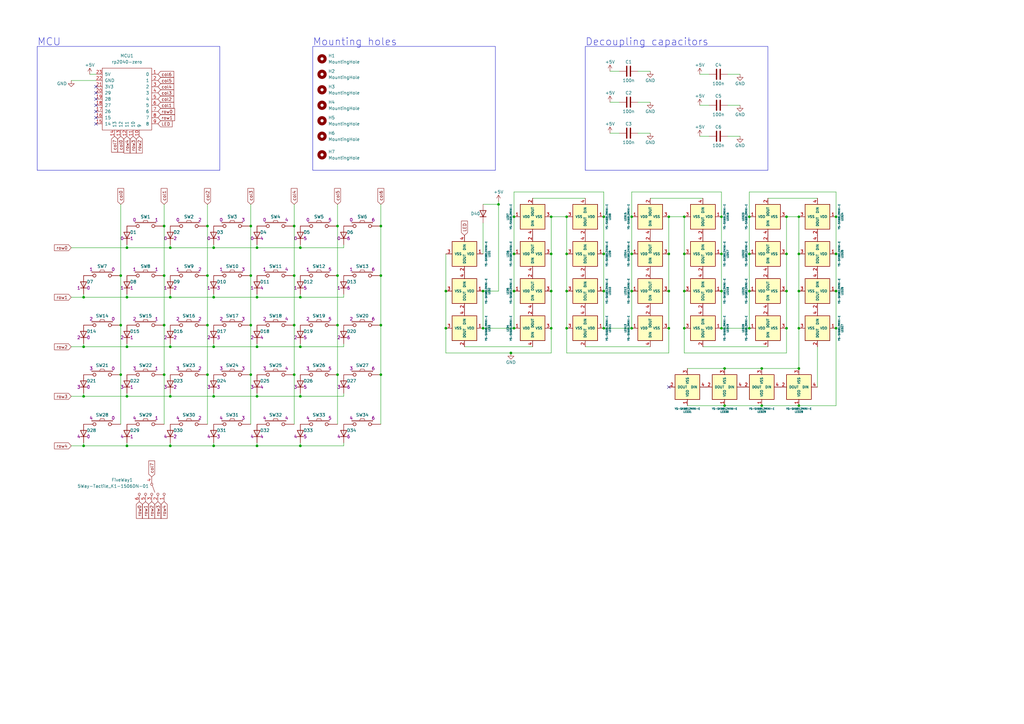
<source format=kicad_sch>
(kicad_sch (version 20231120) (generator "eeschema") (generator_version "8.0")
  (paper "A3")
  (junction (at 295.91 104.14))
  (junction (at 123.19 121.92))
  (junction (at 210.82 134.62))
  (junction (at 85.09 133.35))
  (junction (at 312.42 151.13))
  (junction (at 138.43 113.03))
  (junction (at 69.85 162.56))
  (junction (at 204.47 83.82))
  (junction (at 198.12 119.38))
  (junction (at 182.88 119.38))
  (junction (at 87.63 162.56))
  (junction (at 105.41 121.92))
  (junction (at 156.21 133.35))
  (junction (at 87.63 121.92))
  (junction (at 226.06 104.14))
  (junction (at 102.87 92.71))
  (junction (at 87.63 142.24))
  (junction (at 274.32 134.62))
  (junction (at 87.63 182.88))
  (junction (at 85.09 113.03))
  (junction (at 307.34 88.9))
  (junction (at 322.58 88.9))
  (junction (at 226.06 134.62))
  (junction (at 49.53 133.35))
  (junction (at 52.07 162.56))
  (junction (at 274.32 119.38))
  (junction (at 49.53 153.67))
  (junction (at 34.29 121.92))
  (junction (at 182.88 134.62))
  (junction (at 322.58 134.62))
  (junction (at 342.9 104.14))
  (junction (at 232.41 134.62))
  (junction (at 67.31 113.03))
  (junction (at 120.65 92.71))
  (junction (at 120.65 133.35))
  (junction (at 322.58 119.38))
  (junction (at 52.07 121.92))
  (junction (at 342.9 119.38))
  (junction (at 67.31 133.35))
  (junction (at 210.82 88.9))
  (junction (at 295.91 88.9))
  (junction (at 232.41 104.14))
  (junction (at 156.21 153.67))
  (junction (at 327.66 166.37))
  (junction (at 226.06 88.9))
  (junction (at 85.09 92.71))
  (junction (at 210.82 119.38))
  (junction (at 85.09 153.67))
  (junction (at 327.66 119.38))
  (junction (at 232.41 88.9))
  (junction (at 247.65 88.9))
  (junction (at 327.66 134.62))
  (junction (at 69.85 182.88))
  (junction (at 138.43 153.67))
  (junction (at 307.34 134.62))
  (junction (at 342.9 134.62))
  (junction (at 226.06 119.38))
  (junction (at 69.85 142.24))
  (junction (at 123.19 162.56))
  (junction (at 34.29 142.24))
  (junction (at 123.19 101.6))
  (junction (at 274.32 104.14))
  (junction (at 209.55 144.78))
  (junction (at 105.41 142.24))
  (junction (at 297.18 151.13))
  (junction (at 295.91 134.62))
  (junction (at 259.08 88.9))
  (junction (at 312.42 166.37))
  (junction (at 49.53 113.03))
  (junction (at 280.67 88.9))
  (junction (at 307.34 104.14))
  (junction (at 123.19 182.88))
  (junction (at 69.85 101.6))
  (junction (at 105.41 162.56))
  (junction (at 274.32 88.9))
  (junction (at 120.65 153.67))
  (junction (at 156.21 113.03))
  (junction (at 280.67 134.62))
  (junction (at 259.08 119.38))
  (junction (at 322.58 104.14))
  (junction (at 87.63 101.6))
  (junction (at 342.9 88.9))
  (junction (at 52.07 101.6))
  (junction (at 52.07 182.88))
  (junction (at 138.43 92.71))
  (junction (at 259.08 104.14))
  (junction (at 102.87 153.67))
  (junction (at 123.19 142.24))
  (junction (at 34.29 182.88))
  (junction (at 105.41 182.88))
  (junction (at 327.66 88.9))
  (junction (at 102.87 113.03))
  (junction (at 280.67 104.14))
  (junction (at 247.65 119.38))
  (junction (at 307.34 119.38))
  (junction (at 105.41 101.6))
  (junction (at 280.67 119.38))
  (junction (at 327.66 104.14))
  (junction (at 67.31 92.71))
  (junction (at 198.12 134.62))
  (junction (at 34.29 162.56))
  (junction (at 69.85 121.92))
  (junction (at 295.91 119.38))
  (junction (at 247.65 104.14))
  (junction (at 156.21 92.71))
  (junction (at 120.65 113.03))
  (junction (at 52.07 142.24))
  (junction (at 67.31 153.67))
  (junction (at 259.08 134.62))
  (junction (at 247.65 134.62))
  (junction (at 327.66 151.13))
  (junction (at 102.87 133.35))
  (junction (at 232.41 119.38))
  (junction (at 297.18 166.37))
  (junction (at 138.43 133.35))
  (junction (at 210.82 104.14))
  (no_connect (at 274.32 158.75))
  (no_connect (at 39.37 43.18))
  (no_connect (at 39.37 50.8))
  (no_connect (at 39.37 40.64))
  (no_connect (at 39.37 48.26))
  (no_connect (at 39.37 45.72))
  (no_connect (at 39.37 35.56))
  (no_connect (at 39.37 38.1))
  (wire (pts (xy 102.87 133.35) (xy 102.87 153.67)))
  (wire (pts (xy 85.09 92.71) (xy 85.09 113.03)))
  (wire (pts (xy 67.31 153.67) (xy 67.31 173.99)))
  (wire (pts (xy 327.66 166.37) (xy 342.9 166.37)))
  (wire (pts (xy 250.19 54.61) (xy 254 54.61)))
  (wire (pts (xy 204.47 83.82) (xy 204.47 119.38)))
  (wire (pts (xy 120.65 133.35) (xy 120.65 153.67)))
  (wire (pts (xy 67.31 83.82) (xy 67.31 92.71)))
  (wire (pts (xy 29.21 162.56) (xy 34.29 162.56)))
  (wire (pts (xy 261.62 54.61) (xy 266.7 54.61)))
  (wire (pts (xy 182.88 104.14) (xy 182.88 119.38)))
  (wire (pts (xy 85.09 113.03) (xy 85.09 133.35)))
  (wire (pts (xy 52.07 121.92) (xy 69.85 121.92)))
  (wire (pts (xy 274.32 104.14) (xy 274.32 88.9)))
  (wire (pts (xy 342.9 166.37) (xy 342.9 134.62)))
  (wire (pts (xy 156.21 133.35) (xy 156.21 153.67)))
  (wire (pts (xy 342.9 119.38) (xy 342.9 104.14)))
  (wire (pts (xy 232.41 144.78) (xy 274.32 144.78)))
  (wire (pts (xy 298.45 55.88) (xy 303.53 55.88)))
  (wire (pts (xy 182.88 134.62) (xy 182.88 144.78)))
  (wire (pts (xy 307.34 88.9) (xy 307.34 104.14)))
  (wire (pts (xy 69.85 161.29) (xy 69.85 162.56)))
  (wire (pts (xy 250.19 41.91) (xy 254 41.91)))
  (wire (pts (xy 69.85 120.65) (xy 69.85 121.92)))
  (wire (pts (xy 342.9 78.74) (xy 307.34 78.74)))
  (wire (pts (xy 295.91 78.74) (xy 259.08 78.74)))
  (wire (pts (xy 123.19 121.92) (xy 140.97 121.92)))
  (wire (pts (xy 288.29 142.24) (xy 314.96 142.24)))
  (wire (pts (xy 69.85 181.61) (xy 69.85 182.88)))
  (wire (pts (xy 232.41 134.62) (xy 232.41 144.78)))
  (wire (pts (xy 198.12 119.38) (xy 198.12 134.62)))
  (wire (pts (xy 232.41 119.38) (xy 232.41 134.62)))
  (wire (pts (xy 87.63 162.56) (xy 105.41 162.56)))
  (wire (pts (xy 259.08 104.14) (xy 259.08 119.38)))
  (wire (pts (xy 123.19 161.29) (xy 123.19 162.56)))
  (wire (pts (xy 34.29 121.92) (xy 52.07 121.92)))
  (wire (pts (xy 29.21 182.88) (xy 34.29 182.88)))
  (wire (pts (xy 156.21 83.82) (xy 156.21 92.71)))
  (wire (pts (xy 87.63 100.33) (xy 87.63 101.6)))
  (wire (pts (xy 138.43 133.35) (xy 138.43 153.67)))
  (wire (pts (xy 204.47 82.55) (xy 204.47 83.82)))
  (wire (pts (xy 138.43 153.67) (xy 138.43 173.99)))
  (wire (pts (xy 247.65 134.62) (xy 247.65 119.38)))
  (wire (pts (xy 29.21 121.92) (xy 34.29 121.92)))
  (wire (pts (xy 120.65 153.67) (xy 120.65 173.99)))
  (wire (pts (xy 123.19 181.61) (xy 123.19 182.88)))
  (wire (pts (xy 140.97 161.29) (xy 140.97 162.56)))
  (wire (pts (xy 314.96 81.28) (xy 335.28 81.28)))
  (wire (pts (xy 52.07 162.56) (xy 69.85 162.56)))
  (wire (pts (xy 322.58 88.9) (xy 327.66 88.9)))
  (wire (pts (xy 138.43 92.71) (xy 138.43 113.03)))
  (wire (pts (xy 105.41 121.92) (xy 123.19 121.92)))
  (wire (pts (xy 140.97 100.33) (xy 140.97 101.6)))
  (wire (pts (xy 198.12 134.62) (xy 210.82 134.62)))
  (wire (pts (xy 327.66 134.62) (xy 327.66 151.13)))
  (wire (pts (xy 218.44 81.28) (xy 240.03 81.28)))
  (wire (pts (xy 266.7 81.28) (xy 288.29 81.28)))
  (wire (pts (xy 280.67 134.62) (xy 280.67 144.78)))
  (wire (pts (xy 52.07 142.24) (xy 69.85 142.24)))
  (wire (pts (xy 87.63 120.65) (xy 87.63 121.92)))
  (wire (pts (xy 327.66 88.9) (xy 327.66 104.14)))
  (wire (pts (xy 29.21 101.6) (xy 52.07 101.6)))
  (wire (pts (xy 85.09 83.82) (xy 85.09 92.71)))
  (wire (pts (xy 87.63 101.6) (xy 105.41 101.6)))
  (wire (pts (xy 29.21 142.24) (xy 34.29 142.24)))
  (wire (pts (xy 52.07 120.65) (xy 52.07 121.92)))
  (wire (pts (xy 287.02 55.88) (xy 290.83 55.88)))
  (wire (pts (xy 52.07 161.29) (xy 52.07 162.56)))
  (wire (pts (xy 209.55 144.78) (xy 226.06 144.78)))
  (wire (pts (xy 280.67 119.38) (xy 280.67 134.62)))
  (wire (pts (xy 342.9 104.14) (xy 342.9 88.9)))
  (wire (pts (xy 312.42 151.13) (xy 297.18 151.13)))
  (wire (pts (xy 49.53 83.82) (xy 49.53 113.03)))
  (wire (pts (xy 259.08 134.62) (xy 247.65 134.62)))
  (wire (pts (xy 322.58 119.38) (xy 322.58 134.62)))
  (wire (pts (xy 123.19 140.97) (xy 123.19 142.24)))
  (wire (pts (xy 87.63 140.97) (xy 87.63 142.24)))
  (wire (pts (xy 247.65 104.14) (xy 247.65 88.9)))
  (wire (pts (xy 49.53 113.03) (xy 49.53 133.35)))
  (wire (pts (xy 102.87 113.03) (xy 102.87 133.35)))
  (wire (pts (xy 102.87 83.82) (xy 102.87 92.71)))
  (wire (pts (xy 34.29 140.97) (xy 34.29 142.24)))
  (wire (pts (xy 105.41 101.6) (xy 123.19 101.6)))
  (wire (pts (xy 210.82 104.14) (xy 210.82 119.38)))
  (wire (pts (xy 247.65 78.74) (xy 210.82 78.74)))
  (wire (pts (xy 287.02 30.48) (xy 290.83 30.48)))
  (wire (pts (xy 298.45 30.48) (xy 303.53 30.48)))
  (wire (pts (xy 274.32 119.38) (xy 274.32 104.14)))
  (wire (pts (xy 123.19 162.56) (xy 140.97 162.56)))
  (wire (pts (xy 120.65 83.82) (xy 120.65 92.71)))
  (wire (pts (xy 297.18 151.13) (xy 281.94 151.13)))
  (wire (pts (xy 102.87 92.71) (xy 102.87 113.03)))
  (wire (pts (xy 156.21 113.03) (xy 156.21 133.35)))
  (wire (pts (xy 281.94 166.37) (xy 297.18 166.37)))
  (wire (pts (xy 307.34 104.14) (xy 307.34 119.38)))
  (wire (pts (xy 29.21 33.02) (xy 39.37 33.02)))
  (wire (pts (xy 102.87 153.67) (xy 102.87 173.99)))
  (wire (pts (xy 67.31 133.35) (xy 67.31 153.67)))
  (wire (pts (xy 69.85 140.97) (xy 69.85 142.24)))
  (wire (pts (xy 36.83 30.48) (xy 39.37 30.48)))
  (wire (pts (xy 156.21 92.71) (xy 156.21 113.03)))
  (wire (pts (xy 274.32 144.78) (xy 274.32 134.62)))
  (wire (pts (xy 250.19 29.21) (xy 254 29.21)))
  (wire (pts (xy 261.62 29.21) (xy 266.7 29.21)))
  (wire (pts (xy 140.97 120.65) (xy 140.97 121.92)))
  (wire (pts (xy 156.21 153.67) (xy 156.21 173.99)))
  (wire (pts (xy 198.12 83.82) (xy 204.47 83.82)))
  (wire (pts (xy 327.66 151.13) (xy 312.42 151.13)))
  (wire (pts (xy 182.88 119.38) (xy 182.88 134.62)))
  (wire (pts (xy 295.91 104.14) (xy 295.91 88.9)))
  (wire (pts (xy 297.18 166.37) (xy 312.42 166.37)))
  (wire (pts (xy 52.07 182.88) (xy 69.85 182.88)))
  (wire (pts (xy 87.63 121.92) (xy 105.41 121.92)))
  (wire (pts (xy 295.91 134.62) (xy 295.91 119.38)))
  (wire (pts (xy 120.65 92.71) (xy 120.65 113.03)))
  (wire (pts (xy 85.09 133.35) (xy 85.09 153.67)))
  (wire (pts (xy 87.63 161.29) (xy 87.63 162.56)))
  (wire (pts (xy 226.06 88.9) (xy 232.41 88.9)))
  (wire (pts (xy 342.9 134.62) (xy 342.9 119.38)))
  (wire (pts (xy 140.97 181.61) (xy 140.97 182.88)))
  (wire (pts (xy 210.82 78.74) (xy 210.82 88.9)))
  (wire (pts (xy 335.28 142.24) (xy 335.28 158.75)))
  (wire (pts (xy 274.32 88.9) (xy 280.67 88.9)))
  (wire (pts (xy 105.41 182.88) (xy 123.19 182.88)))
  (wire (pts (xy 34.29 182.88) (xy 52.07 182.88)))
  (wire (pts (xy 226.06 104.14) (xy 226.06 119.38)))
  (wire (pts (xy 67.31 113.03) (xy 67.31 133.35)))
  (wire (pts (xy 105.41 100.33) (xy 105.41 101.6)))
  (wire (pts (xy 123.19 120.65) (xy 123.19 121.92)))
  (wire (pts (xy 322.58 134.62) (xy 322.58 144.78)))
  (wire (pts (xy 105.41 142.24) (xy 123.19 142.24)))
  (wire (pts (xy 67.31 92.71) (xy 67.31 113.03)))
  (wire (pts (xy 105.41 181.61) (xy 105.41 182.88)))
  (wire (pts (xy 87.63 181.61) (xy 87.63 182.88)))
  (wire (pts (xy 105.41 161.29) (xy 105.41 162.56)))
  (wire (pts (xy 307.34 119.38) (xy 307.34 134.62)))
  (wire (pts (xy 138.43 83.82) (xy 138.43 92.71)))
  (wire (pts (xy 123.19 100.33) (xy 123.19 101.6)))
  (wire (pts (xy 232.41 104.14) (xy 232.41 119.38)))
  (wire (pts (xy 87.63 182.88) (xy 105.41 182.88)))
  (wire (pts (xy 259.08 78.74) (xy 259.08 88.9)))
  (wire (pts (xy 298.45 43.18) (xy 303.53 43.18)))
  (wire (pts (xy 34.29 120.65) (xy 34.29 121.92)))
  (wire (pts (xy 226.06 119.38) (xy 226.06 134.62)))
  (wire (pts (xy 190.5 142.24) (xy 218.44 142.24)))
  (wire (pts (xy 123.19 182.88) (xy 140.97 182.88)))
  (wire (pts (xy 69.85 162.56) (xy 87.63 162.56)))
  (wire (pts (xy 322.58 88.9) (xy 322.58 104.14)))
  (wire (pts (xy 210.82 88.9) (xy 210.82 104.14)))
  (wire (pts (xy 204.47 119.38) (xy 198.12 119.38)))
  (wire (pts (xy 123.19 101.6) (xy 140.97 101.6)))
  (wire (pts (xy 52.07 181.61) (xy 52.07 182.88)))
  (wire (pts (xy 49.53 133.35) (xy 49.53 153.67)))
  (wire (pts (xy 69.85 121.92) (xy 87.63 121.92)))
  (wire (pts (xy 261.62 41.91) (xy 266.7 41.91)))
  (wire (pts (xy 287.02 43.18) (xy 290.83 43.18)))
  (wire (pts (xy 280.67 104.14) (xy 280.67 119.38)))
  (wire (pts (xy 140.97 140.97) (xy 140.97 142.24)))
  (wire (pts (xy 295.91 119.38) (xy 295.91 104.14)))
  (wire (pts (xy 247.65 119.38) (xy 247.65 104.14)))
  (wire (pts (xy 52.07 140.97) (xy 52.07 142.24)))
  (wire (pts (xy 52.07 101.6) (xy 69.85 101.6)))
  (wire (pts (xy 274.32 134.62) (xy 274.32 119.38)))
  (wire (pts (xy 198.12 91.44) (xy 198.12 104.14)))
  (wire (pts (xy 342.9 88.9) (xy 342.9 78.74)))
  (wire (pts (xy 280.67 88.9) (xy 280.67 104.14)))
  (wire (pts (xy 105.41 162.56) (xy 123.19 162.56)))
  (wire (pts (xy 120.65 113.03) (xy 120.65 133.35)))
  (wire (pts (xy 226.06 134.62) (xy 226.06 144.78)))
  (wire (pts (xy 280.67 144.78) (xy 322.58 144.78)))
  (wire (pts (xy 327.66 119.38) (xy 327.66 134.62)))
  (wire (pts (xy 312.42 166.37) (xy 327.66 166.37)))
  (wire (pts (xy 105.41 120.65) (xy 105.41 121.92)))
  (wire (pts (xy 259.08 119.38) (xy 259.08 134.62)))
  (wire (pts (xy 69.85 142.24) (xy 87.63 142.24)))
  (wire (pts (xy 247.65 88.9) (xy 247.65 78.74)))
  (wire (pts (xy 307.34 134.62) (xy 295.91 134.62)))
  (wire (pts (xy 138.43 113.03) (xy 138.43 133.35)))
  (wire (pts (xy 123.19 142.24) (xy 140.97 142.24)))
  (wire (pts (xy 85.09 153.67) (xy 85.09 173.99)))
  (wire (pts (xy 49.53 153.67) (xy 49.53 173.99)))
  (wire (pts (xy 295.91 88.9) (xy 295.91 78.74)))
  (wire (pts (xy 307.34 78.74) (xy 307.34 88.9)))
  (wire (pts (xy 210.82 119.38) (xy 210.82 134.62)))
  (wire (pts (xy 182.88 144.78) (xy 209.55 144.78)))
  (wire (pts (xy 52.07 100.33) (xy 52.07 101.6)))
  (wire (pts (xy 105.41 140.97) (xy 105.41 142.24)))
  (wire (pts (xy 240.03 142.24) (xy 266.7 142.24)))
  (wire (pts (xy 34.29 142.24) (xy 52.07 142.24)))
  (wire (pts (xy 87.63 142.24) (xy 105.41 142.24)))
  (wire (pts (xy 69.85 101.6) (xy 87.63 101.6)))
  (wire (pts (xy 34.29 161.29) (xy 34.29 162.56)))
  (wire (pts (xy 232.41 88.9) (xy 232.41 104.14)))
  (wire (pts (xy 322.58 104.14) (xy 322.58 119.38)))
  (wire (pts (xy 34.29 181.61) (xy 34.29 182.88)))
  (wire (pts (xy 34.29 162.56) (xy 52.07 162.56)))
  (wire (pts (xy 259.08 88.9) (xy 259.08 104.14)))
  (wire (pts (xy 226.06 88.9) (xy 226.06 104.14)))
  (wire (pts (xy 69.85 182.88) (xy 87.63 182.88)))
  (wire (pts (xy 69.85 100.33) (xy 69.85 101.6)))
  (wire (pts (xy 327.66 104.14) (xy 327.66 119.38)))
  (rectangle (start 128.27 19.05) (end 203.2 69.85))
  (rectangle (start 240.03 19.05) (end 314.96 69.85))
  (rectangle (start 15.24 19.05) (end 90.17 69.85))
  (text "Decoupling capacitors" (at 240.03 19.05 0) (effects (font (size 3 3)) (justify left bottom)))
  (text "Mounting holes" (at 128.27 19.05 0) (effects (font (size 3 3)) (justify left bottom)))
  (text "MCU" (at 15.24 19.05 0) (effects (font (size 3 3)) (justify left bottom)))
  (global_label "col4" (shape input) (at 120.65 83.82 90) (property "Intersheetrefs" "${INTERSHEET_REFS}" (effects (hide yes))))
  (global_label "row4" (shape input) (at 67.31 205.74 270) (property "Intersheetrefs" "${INTERSHEET_REFS}" (effects (hide yes))))
  (global_label "row3" (shape input) (at 29.21 162.56 180) (property "Intersheetrefs" "${INTERSHEET_REFS}" (effects (hide yes))))
  (global_label "row2" (shape input) (at 29.21 142.24 180) (property "Intersheetrefs" "${INTERSHEET_REFS}" (effects (hide yes))))
  (global_label "LED" (shape input) (at 64.77 50.8 0) (property "Intersheetrefs" "${INTERSHEET_REFS}" (effects (hide yes))))
  (global_label "col7" (shape input) (at 46.99 55.88 270) (property "Intersheetrefs" "${INTERSHEET_REFS}" (effects (hide yes))))
  (global_label "row1" (shape input) (at 59.69 205.74 270) (property "Intersheetrefs" "${INTERSHEET_REFS}" (effects (hide yes))))
  (global_label "col3" (shape input) (at 102.87 83.82 90) (property "Intersheetrefs" "${INTERSHEET_REFS}" (effects (hide yes))))
  (global_label "LED" (shape input) (at 190.5 96.52 90) (property "Intersheetrefs" "${INTERSHEET_REFS}" (effects (hide yes))))
  (global_label "row3" (shape input) (at 64.77 205.74 270) (property "Intersheetrefs" "${INTERSHEET_REFS}" (effects (hide yes))))
  (global_label "col5" (shape input) (at 64.77 33.02 0) (property "Intersheetrefs" "${INTERSHEET_REFS}" (effects (hide yes))))
  (global_label "row1" (shape input) (at 29.21 121.92 180) (property "Intersheetrefs" "${INTERSHEET_REFS}" (effects (hide yes))))
  (global_label "row0" (shape input) (at 57.15 205.74 270) (property "Intersheetrefs" "${INTERSHEET_REFS}" (effects (hide yes))))
  (global_label "col1" (shape input) (at 67.31 83.82 90) (property "Intersheetrefs" "${INTERSHEET_REFS}" (effects (hide yes))))
  (global_label "col2" (shape input) (at 85.09 83.82 90) (property "Intersheetrefs" "${INTERSHEET_REFS}" (effects (hide yes))))
  (global_label "col6" (shape input) (at 64.77 30.48 0) (property "Intersheetrefs" "${INTERSHEET_REFS}" (effects (hide yes))))
  (global_label "row1" (shape input) (at 64.77 48.26 0) (property "Intersheetrefs" "${INTERSHEET_REFS}" (effects (hide yes))))
  (global_label "col5" (shape input) (at 138.43 83.82 90) (property "Intersheetrefs" "${INTERSHEET_REFS}" (effects (hide yes))))
  (global_label "col2" (shape input) (at 64.77 40.64 0) (property "Intersheetrefs" "${INTERSHEET_REFS}" (effects (hide yes))))
  (global_label "col1" (shape input) (at 64.77 43.18 0) (property "Intersheetrefs" "${INTERSHEET_REFS}" (effects (hide yes))))
  (global_label "col0" (shape input) (at 49.53 55.88 270) (property "Intersheetrefs" "${INTERSHEET_REFS}" (effects (hide yes))))
  (global_label "row0" (shape input) (at 29.21 101.6 180) (property "Intersheetrefs" "${INTERSHEET_REFS}" (effects (hide yes))))
  (global_label "row2" (shape input) (at 62.23 205.74 270) (property "Intersheetrefs" "${INTERSHEET_REFS}" (effects (hide yes))))
  (global_label "col6" (shape input) (at 156.21 83.82 90) (property "Intersheetrefs" "${INTERSHEET_REFS}" (effects (hide yes))))
  (global_label "col3" (shape input) (at 64.77 38.1 0) (property "Intersheetrefs" "${INTERSHEET_REFS}" (effects (hide yes))))
  (global_label "row4" (shape input) (at 29.21 182.88 180) (property "Intersheetrefs" "${INTERSHEET_REFS}" (effects (hide yes))))
  (global_label "row4" (shape input) (at 52.07 55.88 270) (property "Intersheetrefs" "${INTERSHEET_REFS}" (effects (hide yes))))
  (global_label "row2" (shape input) (at 57.15 55.88 270) (property "Intersheetrefs" "${INTERSHEET_REFS}" (effects (hide yes))))
  (global_label "row0" (shape input) (at 64.77 45.72 0) (property "Intersheetrefs" "${INTERSHEET_REFS}" (effects (hide yes))))
  (global_label "col4" (shape input) (at 64.77 35.56 0) (property "Intersheetrefs" "${INTERSHEET_REFS}" (effects (hide yes))))
  (global_label "col0" (shape input) (at 49.53 83.82 90) (property "Intersheetrefs" "${INTERSHEET_REFS}" (effects (hide yes))))
  (global_label "col7" (shape input) (at 62.23 195.58 90) (property "Intersheetrefs" "${INTERSHEET_REFS}" (effects (hide yes))))
  (global_label "row3" (shape input) (at 54.61 55.88 270) (property "Intersheetrefs" "${INTERSHEET_REFS}" (effects (hide yes))))
  (symbol (lib_id "zzkeeb:Diode") (at 140.97 116.84 0) (unit 1)
    (property "Reference" "D13" (at 142.24 115.57 0) (effects (justify left)))
    (property "Value" "D" (effects (hide yes)))
    (property "Footprint" "zzkeeb:Diode_1N4148-SOD123" (effects (hide yes)))
    (property "Sim.Device" "D" (effects (hide yes)))
    (property "Sim.Pins" "1=K 2=A" (effects (hide yes)))
    (property "row" "1" (at 139.7 118.11 0) (effects (justify right)))
    (property "col" "6" (at 142.24 118.11 0) (effects (justify left)))
  )
  (symbol (lib_id "zzkeeb:Switch") (at 130.81 92.71 0) (unit 1)
    (property "Reference" "SW5" (at 130.81 88.9 0))
    (property "Value" "Switch" (effects (hide yes)))
    (property "Footprint" "zzkeeb:Switch_MXKS-miny-hotswap-south-ks3d" (effects (hide yes)))
    (property "row" "0" (at 127 90.17 0) (effects (justify right)))
    (property "col" "5" (at 134.62 90.17 0) (effects (justify left)))
  )
  (symbol (lib_id "zzkeeb:LED_SK6812MINI-E") (at 335.28 88.9 270) (unit 1)
    (property "Reference" "LED24" (at 345.44 88.9 0) (effects (font (size 0.7366 0.7366))))
    (property "Value" "YS-SK6812MINI-E" (at 344.17 88.9 0) (effects (font (size 0.7366 0.7366))))
    (property "Footprint" "zzkeeb:LED_SK6812-MINI-E" (effects (hide yes)))
  )
  (symbol (lib_id "zzkeeb:Switch") (at 59.69 173.99 0) (unit 1)
    (property "Reference" "SW29" (at 59.69 170.18 0))
    (property "Value" "Switch" (effects (hide yes)))
    (property "Footprint" "zzkeeb:Button_Push-6mm" (effects (hide yes)))
    (property "row" "4" (at 55.88 171.45 0) (effects (justify right)))
    (property "col" "1" (at 63.5 171.45 0) (effects (justify left)))
  )
  (symbol (lib_id "Device:C") (at 257.81 41.91 90) (unit 1)
    (property "Reference" "C2" (at 257.81 38.1 90))
    (property "Value" "100n" (at 257.81 45.72 90))
    (property "Footprint" "Capacitor_SMD:C_1206_3216Metric_Pad1.33x1.80mm_HandSolder" (effects (hide yes)))
  )
  (symbol (lib_id "power:+5V") (at 204.47 82.55 0) (unit 1)
    (property "Reference" "#PWR03" (effects (hide yes)))
    (property "Value" "+5V" (at 204.47 78.74 0))
  )
  (symbol (lib_id "zzkeeb:Switch") (at 41.91 133.35 0) (unit 1)
    (property "Reference" "SW14" (at 41.91 129.54 0))
    (property "Value" "Switch" (effects (hide yes)))
    (property "Footprint" "zzkeeb:Switch_MXKS-miny-hotswap-south-ks3d" (effects (hide yes)))
    (property "row" "2" (at 38.1 130.81 0) (effects (justify right)))
    (property "col" "0" (at 45.72 130.81 0) (effects (justify left)))
  )
  (symbol (lib_id "zzkeeb:LED_SK6812MINI-E") (at 266.7 134.62 90) (unit 1)
    (property "Reference" "LED12" (at 256.54 134.62 0) (effects (font (size 0.7366 0.7366))))
    (property "Value" "YS-SK6812MINI-E" (at 257.81 134.62 0) (effects (font (size 0.7366 0.7366))))
    (property "Footprint" "zzkeeb:LED_SK6812-MINI-E" (effects (hide yes)))
  )
  (symbol (lib_id "zzkeeb:Switch") (at 77.47 92.71 0) (unit 1)
    (property "Reference" "SW2" (at 77.47 88.9 0))
    (property "Value" "Switch" (effects (hide yes)))
    (property "Footprint" "zzkeeb:Switch_MXKS-miny-hotswap-south-ks3d" (effects (hide yes)))
    (property "row" "0" (at 73.66 90.17 0) (effects (justify right)))
    (property "col" "2" (at 81.28 90.17 0) (effects (justify left)))
  )
  (symbol (lib_id "zzkeeb:Diode") (at 105.41 96.52 0) (unit 1)
    (property "Reference" "D4" (at 106.68 95.25 0) (effects (justify left)))
    (property "Value" "D" (effects (hide yes)))
    (property "Footprint" "zzkeeb:Diode_1N4148-SOD123" (effects (hide yes)))
    (property "Sim.Device" "D" (effects (hide yes)))
    (property "Sim.Pins" "1=K 2=A" (effects (hide yes)))
    (property "row" "0" (at 104.14 97.79 0) (effects (justify right)))
    (property "col" "4" (at 106.68 97.79 0) (effects (justify left)))
  )
  (symbol (lib_id "zzkeeb:Diode") (at 69.85 96.52 0) (unit 1)
    (property "Reference" "D2" (at 71.12 95.25 0) (effects (justify left)))
    (property "Value" "D" (effects (hide yes)))
    (property "Footprint" "zzkeeb:Diode_1N4148-SOD123" (effects (hide yes)))
    (property "Sim.Device" "D" (effects (hide yes)))
    (property "Sim.Pins" "1=K 2=A" (effects (hide yes)))
    (property "row" "0" (at 68.58 97.79 0) (effects (justify right)))
    (property "col" "2" (at 71.12 97.79 0) (effects (justify left)))
  )
  (symbol (lib_id "Mechanical:MountingHole") (at 132.08 36.83 0) (unit 1)
    (property "Reference" "H3" (at 134.62 35.5599 0) (effects (justify left)))
    (property "Value" "MountingHole" (at 134.62 38.0999 0) (effects (justify left)))
    (property "Footprint" "zzkeeb:Hole_M2-TH" (effects (hide yes)))
  )
  (symbol (lib_id "zzkeeb:Diode") (at 52.07 157.48 0) (unit 1)
    (property "Reference" "D22" (at 53.34 156.21 0) (effects (justify left)))
    (property "Value" "D" (effects (hide yes)))
    (property "Footprint" "zzkeeb:Diode_1N4148-SOD123" (effects (hide yes)))
    (property "Sim.Device" "D" (effects (hide yes)))
    (property "Sim.Pins" "1=K 2=A" (effects (hide yes)))
    (property "row" "3" (at 50.8 158.75 0) (effects (justify right)))
    (property "col" "1" (at 53.34 158.75 0) (effects (justify left)))
  )
  (symbol (lib_id "Mechanical:MountingHole") (at 132.08 55.88 0) (unit 1)
    (property "Reference" "H6" (at 134.62 54.6099 0) (effects (justify left)))
    (property "Value" "MountingHole" (at 134.62 57.1499 0) (effects (justify left)))
    (property "Footprint" "zzkeeb:Hole_M2-TH" (effects (hide yes)))
  )
  (symbol (lib_id "power:GND") (at 266.7 29.21 0) (mirror y) (unit 1)
    (property "Reference" "#PWR05" (effects (hide yes)))
    (property "Value" "GND" (at 266.7 33.02 0))
  )
  (symbol (lib_id "zzkeeb:LED_SK6812MINI-E") (at 240.03 88.9 270) (unit 1)
    (property "Reference" "LED8" (at 250.19 88.9 0) (effects (font (size 0.7366 0.7366))))
    (property "Value" "YS-SK6812MINI-E" (at 248.92 88.9 0) (effects (font (size 0.7366 0.7366))))
    (property "Footprint" "zzkeeb:LED_SK6812-MINI-E" (effects (hide yes)))
  )
  (symbol (lib_id "zzkeeb:Switch") (at 77.47 153.67 0) (unit 1)
    (property "Reference" "SW23" (at 77.47 149.86 0))
    (property "Value" "Switch" (effects (hide yes)))
    (property "Footprint" "zzkeeb:Switch_MXKS-miny-hotswap-south-ks3d" (effects (hide yes)))
    (property "row" "3" (at 73.66 151.13 0) (effects (justify right)))
    (property "col" "2" (at 81.28 151.13 0) (effects (justify left)))
  )
  (symbol (lib_id "zzkeeb:Switch") (at 113.03 133.35 0) (unit 1)
    (property "Reference" "SW18" (at 113.03 129.54 0))
    (property "Value" "Switch" (effects (hide yes)))
    (property "Footprint" "zzkeeb:Switch_MXKS-miny-hotswap-south-ks3d" (effects (hide yes)))
    (property "row" "2" (at 109.22 130.81 0) (effects (justify right)))
    (property "col" "4" (at 116.84 130.81 0) (effects (justify left)))
  )
  (symbol (lib_id "zzkeeb:MCU_rp2040-zero") (at 52.07 39.37 0) (unit 1)
    (property "Reference" "MCU1" (at 52.07 22.86 0))
    (property "Value" "rp2040-zero" (at 52.07 25.4 0))
    (property "Footprint" "zzkeeb:MCU_rp2040-zero-tht" (effects (hide yes)))
  )
  (symbol (lib_id "power:GND") (at 266.7 41.91 0) (mirror y) (unit 1)
    (property "Reference" "#PWR07" (effects (hide yes)))
    (property "Value" "GND" (at 266.7 45.72 0))
  )
  (symbol (lib_id "zzkeeb:Diode") (at 105.41 177.8 0) (unit 1)
    (property "Reference" "D32" (at 106.68 176.53 0) (effects (justify left)))
    (property "Value" "D" (effects (hide yes)))
    (property "Footprint" "zzkeeb:Diode_1N4148-SOD123" (effects (hide yes)))
    (property "Sim.Device" "D" (effects (hide yes)))
    (property "Sim.Pins" "1=K 2=A" (effects (hide yes)))
    (property "row" "4" (at 104.14 179.07 0) (effects (justify right)))
    (property "col" "4" (at 106.68 179.07 0) (effects (justify left)))
  )
  (symbol (lib_id "power:+5V") (at 287.02 55.88 0) (unit 1)
    (property "Reference" "#PWR014" (effects (hide yes)))
    (property "Value" "+5V" (at 287.02 52.07 0))
  )
  (symbol (lib_id "zzkeeb:LED_SK6812MINI-E") (at 314.96 119.38 90) (unit 1)
    (property "Reference" "LED21" (at 304.8 119.38 0) (effects (font (size 0.7366 0.7366))))
    (property "Value" "YS-SK6812MINI-E" (at 306.07 119.38 0) (effects (font (size 0.7366 0.7366))))
    (property "Footprint" "zzkeeb:LED_SK6812-MINI-E" (effects (hide yes)))
  )
  (symbol (lib_id "zzkeeb:Switch") (at 95.25 133.35 0) (unit 1)
    (property "Reference" "SW17" (at 95.25 129.54 0))
    (property "Value" "Switch" (effects (hide yes)))
    (property "Footprint" "zzkeeb:Switch_MXKS-miny-hotswap-south-ks3d" (effects (hide yes)))
    (property "row" "2" (at 91.44 130.81 0) (effects (justify right)))
    (property "col" "3" (at 99.06 130.81 0) (effects (justify left)))
  )
  (symbol (lib_id "zzkeeb:Switch") (at 113.03 173.99 0) (unit 1)
    (property "Reference" "SW32" (at 113.03 170.18 0))
    (property "Value" "Switch" (effects (hide yes)))
    (property "Footprint" "zzkeeb:Switch_MXKS-miny-hotswap-south-ks3d" (effects (hide yes)))
    (property "row" "4" (at 109.22 171.45 0) (effects (justify right)))
    (property "col" "4" (at 116.84 171.45 0) (effects (justify left)))
  )
  (symbol (lib_id "zzkeeb:Switch") (at 77.47 133.35 0) (unit 1)
    (property "Reference" "SW16" (at 77.47 129.54 0))
    (property "Value" "Switch" (effects (hide yes)))
    (property "Footprint" "zzkeeb:Switch_MXKS-miny-hotswap-south-ks3d" (effects (hide yes)))
    (property "row" "2" (at 73.66 130.81 0) (effects (justify right)))
    (property "col" "2" (at 81.28 130.81 0) (effects (justify left)))
  )
  (symbol (lib_id "fingerpunch:5Way-Tactile_K1-1506DN-01") (at 62.23 200.66 270) (unit 1)
    (property "Reference" "FiveWay1" (at 45.72 196.85 90) (effects (justify left)))
    (property "Value" "5Way-Tactile_K1-1506DN-01" (at 31.75 199.39 90) (effects (justify left)))
    (property "Footprint" "zzkeeb:Button_5way" (effects (hide yes)))
  )
  (symbol (lib_id "Device:C") (at 257.81 29.21 90) (unit 1)
    (property "Reference" "C1" (at 257.81 25.4 90))
    (property "Value" "100n" (at 257.81 33.02 90))
    (property "Footprint" "Capacitor_SMD:C_1206_3216Metric_Pad1.33x1.80mm_HandSolder" (effects (hide yes)))
  )
  (symbol (lib_id "zzkeeb:Switch") (at 148.59 173.99 0) (unit 1)
    (property "Reference" "SW34" (at 148.59 170.18 0))
    (property "Value" "Switch" (effects (hide yes)))
    (property "Footprint" "zzkeeb:Switch_MXKS-miny-hotswap-south-ks3d" (effects (hide yes)))
    (property "row" "4" (at 144.78 171.45 0) (effects (justify right)))
    (property "col" "6" (at 152.4 171.45 0) (effects (justify left)))
  )
  (symbol (lib_id "zzkeeb:Diode") (at 34.29 157.48 0) (unit 1)
    (property "Reference" "D21" (at 35.56 156.21 0) (effects (justify left)))
    (property "Value" "D" (effects (hide yes)))
    (property "Footprint" "zzkeeb:Diode_1N4148-SOD123" (effects (hide yes)))
    (property "Sim.Device" "D" (effects (hide yes)))
    (property "Sim.Pins" "1=K 2=A" (effects (hide yes)))
    (property "row" "3" (at 33.02 158.75 0) (effects (justify right)))
    (property "col" "0" (at 35.56 158.75 0) (effects (justify left)))
  )
  (symbol (lib_id "power:+5V") (at 287.02 30.48 0) (unit 1)
    (property "Reference" "#PWR010" (effects (hide yes)))
    (property "Value" "+5V" (at 287.02 26.67 0))
  )
  (symbol (lib_id "zzkeeb:Diode") (at 140.97 96.52 0) (unit 1)
    (property "Reference" "D6" (at 142.24 95.25 0) (effects (justify left)))
    (property "Value" "D" (effects (hide yes)))
    (property "Footprint" "zzkeeb:Diode_1N4148-SOD123" (effects (hide yes)))
    (property "Sim.Device" "D" (effects (hide yes)))
    (property "Sim.Pins" "1=K 2=A" (effects (hide yes)))
    (property "row" "0" (at 139.7 97.79 0) (effects (justify right)))
    (property "col" "6" (at 142.24 97.79 0) (effects (justify left)))
  )
  (symbol (lib_id "power:+5V") (at 250.19 41.91 0) (unit 1)
    (property "Reference" "#PWR06" (effects (hide yes)))
    (property "Value" "+5V" (at 250.19 38.1 0))
  )
  (symbol (lib_id "power:GND") (at 303.53 55.88 0) (mirror y) (unit 1)
    (property "Reference" "#PWR015" (effects (hide yes)))
    (property "Value" "GND" (at 303.53 59.69 0))
  )
  (symbol (lib_id "zzkeeb:Switch") (at 41.91 153.67 0) (unit 1)
    (property "Reference" "SW21" (at 41.91 149.86 0))
    (property "Value" "Switch" (effects (hide yes)))
    (property "Footprint" "zzkeeb:Switch_MXKS-miny-hotswap-south-ks3d" (effects (hide yes)))
    (property "row" "3" (at 38.1 151.13 0) (effects (justify right)))
    (property "col" "0" (at 45.72 151.13 0) (effects (justify left)))
  )
  (symbol (lib_id "zzkeeb:LED_SK6812MINI-E") (at 288.29 104.14 270) (unit 1)
    (property "Reference" "LED17" (at 298.45 104.14 0) (effects (font (size 0.7366 0.7366))))
    (property "Value" "YS-SK6812MINI-E" (at 297.18 104.14 0) (effects (font (size 0.7366 0.7366))))
    (property "Footprint" "zzkeeb:LED_SK6812-MINI-E" (effects (hide yes)))
  )
  (symbol (lib_id "Device:C") (at 257.81 54.61 90) (unit 1)
    (property "Reference" "C3" (at 257.81 50.8 90))
    (property "Value" "100n" (at 257.81 58.42 90))
    (property "Footprint" "Capacitor_SMD:C_1206_3216Metric_Pad1.33x1.80mm_HandSolder" (effects (hide yes)))
  )
  (symbol (lib_id "Mechanical:MountingHole") (at 132.08 24.13 0) (unit 1)
    (property "Reference" "H1" (at 134.62 22.8599 0) (effects (justify left)))
    (property "Value" "MountingHole" (at 134.62 25.3999 0) (effects (justify left)))
    (property "Footprint" "zzkeeb:Hole_M2-TH" (effects (hide yes)))
  )
  (symbol (lib_id "zzkeeb:LED_SK6812MINI-E") (at 266.7 119.38 90) (unit 1)
    (property "Reference" "LED13" (at 256.54 119.38 0) (effects (font (size 0.7366 0.7366))))
    (property "Value" "YS-SK6812MINI-E" (at 257.81 119.38 0) (effects (font (size 0.7366 0.7366))))
    (property "Footprint" "zzkeeb:LED_SK6812-MINI-E" (effects (hide yes)))
  )
  (symbol (lib_id "zzkeeb:Switch") (at 113.03 153.67 0) (unit 1)
    (property "Reference" "SW25" (at 113.03 149.86 0))
    (property "Value" "Switch" (effects (hide yes)))
    (property "Footprint" "zzkeeb:Switch_MXKS-miny-hotswap-south-ks3d" (effects (hide yes)))
    (property "row" "3" (at 109.22 151.13 0) (effects (justify right)))
    (property "col" "4" (at 116.84 151.13 0) (effects (justify left)))
  )
  (symbol (lib_id "zzkeeb:LED_SK6812MINI-E") (at 281.94 158.75 180) (unit 1)
    (property "Reference" "LED31" (at 281.94 168.91 0) (effects (font (size 0.7366 0.7366))))
    (property "Value" "YS-SK6812MINI-E" (at 281.94 167.64 0) (effects (font (size 0.7366 0.7366))))
    (property "Footprint" "zzkeeb:LED_SK6812-MINI-E" (effects (hide yes)))
  )
  (symbol (lib_id "zzkeeb:Diode") (at 87.63 137.16 0) (unit 1)
    (property "Reference" "D17" (at 88.9 135.89 0) (effects (justify left)))
    (property "Value" "D" (effects (hide yes)))
    (property "Footprint" "zzkeeb:Diode_1N4148-SOD123" (effects (hide yes)))
    (property "Sim.Device" "D" (effects (hide yes)))
    (property "Sim.Pins" "1=K 2=A" (effects (hide yes)))
    (property "row" "2" (at 86.36 138.43 0) (effects (justify right)))
    (property "col" "3" (at 88.9 138.43 0) (effects (justify left)))
  )
  (symbol (lib_id "zzkeeb:LED_SK6812MINI-E") (at 314.96 88.9 90) (unit 1)
    (property "Reference" "LED23" (at 304.8 88.9 0) (effects (font (size 0.7366 0.7366))))
    (property "Value" "YS-SK6812MINI-E" (at 306.07 88.9 0) (effects (font (size 0.7366 0.7366))))
    (property "Footprint" "zzkeeb:LED_SK6812-MINI-E" (effects (hide yes)))
  )
  (symbol (lib_id "zzkeeb:Diode") (at 69.85 116.84 0) (unit 1)
    (property "Reference" "D9" (at 71.12 115.57 0) (effects (justify left)))
    (property "Value" "D" (effects (hide yes)))
    (property "Footprint" "zzkeeb:Diode_1N4148-SOD123" (effects (hide yes)))
    (property "Sim.Device" "D" (effects (hide yes)))
    (property "Sim.Pins" "1=K 2=A" (effects (hide yes)))
    (property "row" "1" (at 68.58 118.11 0) (effects (justify right)))
    (property "col" "2" (at 71.12 118.11 0) (effects (justify left)))
  )
  (symbol (lib_id "zzkeeb:LED_SK6812MINI-E") (at 335.28 134.62 270) (unit 1)
    (property "Reference" "LED27" (at 345.44 134.62 0) (effects (font (size 0.7366 0.7366))))
    (property "Value" "YS-SK6812MINI-E" (at 344.17 134.62 0) (effects (font (size 0.7366 0.7366))))
    (property "Footprint" "zzkeeb:LED_SK6812-MINI-E" (effects (hide yes)))
  )
  (symbol (lib_id "zzkeeb:LED_SK6812MINI-E") (at 218.44 104.14 90) (unit 1)
    (property "Reference" "LED6" (at 208.28 104.14 0) (effects (font (size 0.7366 0.7366))))
    (property "Value" "YS-SK6812MINI-E" (at 209.55 104.14 0) (effects (font (size 0.7366 0.7366))))
    (property "Footprint" "zzkeeb:LED_SK6812-MINI-E" (effects (hide yes)))
  )
  (symbol (lib_id "zzkeeb:Diode") (at 140.97 177.8 0) (unit 1)
    (property "Reference" "D34" (at 142.24 176.53 0) (effects (justify left)))
    (property "Value" "D" (effects (hide yes)))
    (property "Footprint" "zzkeeb:Diode_1N4148-SOD123" (effects (hide yes)))
    (property "Sim.Device" "D" (effects (hide yes)))
    (property "Sim.Pins" "1=K 2=A" (effects (hide yes)))
    (property "row" "4" (at 139.7 179.07 0) (effects (justify right)))
    (property "col" "6" (at 142.24 179.07 0) (effects (justify left)))
  )
  (symbol (lib_id "zzkeeb:Switch") (at 59.69 92.71 0) (unit 1)
    (property "Reference" "SW1" (at 59.69 88.9 0))
    (property "Value" "Switch" (effects (hide yes)))
    (property "Footprint" "zzkeeb:Switch_MXKS-miny-hotswap-south-ks3d" (effects (hide yes)))
    (property "row" "0" (at 55.88 90.17 0) (effects (justify right)))
    (property "col" "1" (at 63.5 90.17 0) (effects (justify left)))
  )
  (symbol (lib_id "zzkeeb:Switch") (at 41.91 113.03 0) (unit 1)
    (property "Reference" "SW7" (at 41.91 109.22 0))
    (property "Value" "Switch" (effects (hide yes)))
    (property "Footprint" "zzkeeb:Switch_MXKS-miny-hotswap-south-ks3d" (effects (hide yes)))
    (property "row" "1" (at 38.1 110.49 0) (effects (justify right)))
    (property "col" "0" (at 45.72 110.49 0) (effects (justify left)))
  )
  (symbol (lib_id "power:+5V") (at 250.19 54.61 0) (unit 1)
    (property "Reference" "#PWR08" (effects (hide yes)))
    (property "Value" "+5V" (at 250.19 50.8 0))
  )
  (symbol (lib_id "zzkeeb:Diode") (at 52.07 137.16 0) (unit 1)
    (property "Reference" "D15" (at 53.34 135.89 0) (effects (justify left)))
    (property "Value" "D" (effects (hide yes)))
    (property "Footprint" "zzkeeb:Diode_1N4148-SOD123" (effects (hide yes)))
    (property "Sim.Device" "D" (effects (hide yes)))
    (property "Sim.Pins" "1=K 2=A" (effects (hide yes)))
    (property "row" "2" (at 50.8 138.43 0) (effects (justify right)))
    (property "col" "1" (at 53.34 138.43 0) (effects (justify left)))
  )
  (symbol (lib_id "zzkeeb:Switch") (at 148.59 133.35 0) (unit 1)
    (property "Reference" "SW20" (at 148.59 129.54 0))
    (property "Value" "Switch" (effects (hide yes)))
    (property "Footprint" "zzkeeb:Switch_MXKS-miny-hotswap-south-ks3d" (effects (hide yes)))
    (property "row" "2" (at 144.78 130.81 0) (effects (justify right)))
    (property "col" "6" (at 152.4 130.81 0) (effects (justify left)))
  )
  (symbol (lib_id "zzkeeb:Diode") (at 123.19 157.48 0) (unit 1)
    (property "Reference" "D26" (at 124.46 156.21 0) (effects (justify left)))
    (property "Value" "D" (effects (hide yes)))
    (property "Footprint" "zzkeeb:Diode_1N4148-SOD123" (effects (hide yes)))
    (property "Sim.Device" "D" (effects (hide yes)))
    (property "Sim.Pins" "1=K 2=A" (effects (hide yes)))
    (property "row" "3" (at 121.92 158.75 0) (effects (justify right)))
    (property "col" "5" (at 124.46 158.75 0) (effects (justify left)))
  )
  (symbol (lib_id "zzkeeb:Diode") (at 52.07 96.52 0) (unit 1)
    (property "Reference" "D1" (at 53.34 95.25 0) (effects (justify left)))
    (property "Value" "D" (effects (hide yes)))
    (property "Footprint" "zzkeeb:Diode_1N4148-SOD123" (effects (hide yes)))
    (property "Sim.Device" "D" (effects (hide yes)))
    (property "Sim.Pins" "1=K 2=A" (effects (hide yes)))
    (property "row" "0" (at 50.8 97.79 0) (effects (justify right)))
    (property "col" "1" (at 53.34 97.79 0) (effects (justify left)))
  )
  (symbol (lib_id "zzkeeb:Switch") (at 95.25 153.67 0) (unit 1)
    (property "Reference" "SW24" (at 95.25 149.86 0))
    (property "Value" "Switch" (effects (hide yes)))
    (property "Footprint" "zzkeeb:Switch_MXKS-miny-hotswap-south-ks3d" (effects (hide yes)))
    (property "row" "3" (at 91.44 151.13 0) (effects (justify right)))
    (property "col" "3" (at 99.06 151.13 0) (effects (justify left)))
  )
  (symbol (lib_id "power:GND") (at 303.53 43.18 0) (mirror y) (unit 1)
    (property "Reference" "#PWR013" (effects (hide yes)))
    (property "Value" "GND" (at 303.53 46.99 0))
  )
  (symbol (lib_id "zzkeeb:LED_SK6812MINI-E") (at 190.5 104.14 270) (unit 1)
    (property "Reference" "LED1" (at 200.66 104.14 0) (effects (font (size 0.7366 0.7366))))
    (property "Value" "YS-SK6812MINI-E" (at 199.39 104.14 0) (effects (font (size 0.7366 0.7366))))
    (property "Footprint" "zzkeeb:LED_SK6812-MINI-E" (effects (hide yes)))
  )
  (symbol (lib_id "zzkeeb:Diode") (at 123.19 96.52 0) (unit 1)
    (property "Reference" "D5" (at 124.46 95.25 0) (effects (justify left)))
    (property "Value" "D" (effects (hide yes)))
    (property "Footprint" "zzkeeb:Diode_1N4148-SOD123" (effects (hide yes)))
    (property "Sim.Device" "D" (effects (hide yes)))
    (property "Sim.Pins" "1=K 2=A" (effects (hide yes)))
    (property "row" "0" (at 121.92 97.79 0) (effects (justify right)))
    (property "col" "5" (at 124.46 97.79 0) (effects (justify left)))
  )
  (symbol (lib_id "zzkeeb:Switch") (at 113.03 92.71 0) (unit 1)
    (property "Reference" "SW4" (at 113.03 88.9 0))
    (property "Value" "Switch" (effects (hide yes)))
    (property "Footprint" "zzkeeb:Switch_MXKS-miny-hotswap-south-ks3d" (effects (hide yes)))
    (property "row" "0" (at 109.22 90.17 0) (effects (justify right)))
    (property "col" "4" (at 116.84 90.17 0) (effects (justify left)))
  )
  (symbol (lib_id "zzkeeb:Switch") (at 77.47 173.99 0) (unit 1)
    (property "Reference" "SW30" (at 77.47 170.18 0))
    (property "Value" "Switch" (effects (hide yes)))
    (property "Footprint" "zzkeeb:Button_Push-6mm" (effects (hide yes)))
    (property "row" "4" (at 73.66 171.45 0) (effects (justify right)))
    (property "col" "2" (at 81.28 171.45 0) (effects (justify left)))
  )
  (symbol (lib_id "zzkeeb:Switch") (at 130.81 173.99 0) (unit 1)
    (property "Reference" "SW33" (at 130.81 170.18 0))
    (property "Value" "Switch" (effects (hide yes)))
    (property "Footprint" "zzkeeb:Switch_MXKS-miny-hotswap-south-ks3d" (effects (hide yes)))
    (property "row" "4" (at 127 171.45 0) (effects (justify right)))
    (property "col" "5" (at 134.62 171.45 0) (effects (justify left)))
  )
  (symbol (lib_id "zzkeeb:Diode") (at 69.85 157.48 0) (unit 1)
    (property "Reference" "D23" (at 71.12 156.21 0) (effects (justify left)))
    (property "Value" "D" (effects (hide yes)))
    (property "Footprint" "zzkeeb:Diode_1N4148-SOD123" (effects (hide yes)))
    (property "Sim.Device" "D" (effects (hide yes)))
    (property "Sim.Pins" "1=K 2=A" (effects (hide yes)))
    (property "row" "3" (at 68.58 158.75 0) (effects (justify right)))
    (property "col" "2" (at 71.12 158.75 0) (effects (justify left)))
  )
  (symbol (lib_id "Mechanical:MountingHole") (at 132.08 30.48 0) (unit 1)
    (property "Reference" "H2" (at 134.62 29.2099 0) (effects (justify left)))
    (property "Value" "MountingHole" (at 134.62 31.7499 0) (effects (justify left)))
    (property "Footprint" "zzkeeb:Hole_M2-TH" (effects (hide yes)))
  )
  (symbol (lib_id "zzkeeb:Diode") (at 87.63 157.48 0) (unit 1)
    (property "Reference" "D24" (at 88.9 156.21 0) (effects (justify left)))
    (property "Value" "D" (effects (hide yes)))
    (property "Footprint" "zzkeeb:Diode_1N4148-SOD123" (effects (hide yes)))
    (property "Sim.Device" "D" (effects (hide yes)))
    (property "Sim.Pins" "1=K 2=A" (effects (hide yes)))
    (property "row" "3" (at 86.36 158.75 0) (effects (justify right)))
    (property "col" "3" (at 88.9 158.75 0) (effects (justify left)))
  )
  (symbol (lib_id "zzkeeb:Diode") (at 87.63 116.84 0) (unit 1)
    (property "Reference" "D10" (at 88.9 115.57 0) (effects (justify left)))
    (property "Value" "D" (effects (hide yes)))
    (property "Footprint" "zzkeeb:Diode_1N4148-SOD123" (effects (hide yes)))
    (property "Sim.Device" "D" (effects (hide yes)))
    (property "Sim.Pins" "1=K 2=A" (effects (hide yes)))
    (property "row" "1" (at 86.36 118.11 0) (effects (justify right)))
    (property "col" "3" (at 88.9 118.11 0) (effects (justify left)))
  )
  (symbol (lib_id "zzkeeb:Switch") (at 148.59 92.71 0) (unit 1)
    (property "Reference" "SW6" (at 148.59 88.9 0))
    (property "Value" "Switch" (effects (hide yes)))
    (property "Footprint" "zzkeeb:Switch_MXKS-miny-hotswap-south-ks3d" (effects (hide yes)))
    (property "row" "0" (at 144.78 90.17 0) (effects (justify right)))
    (property "col" "6" (at 152.4 90.17 0) (effects (justify left)))
  )
  (symbol (lib_id "zzkeeb:LED_SK6812MINI-E") (at 314.96 104.14 90) (unit 1)
    (property "Reference" "LED22" (at 304.8 104.14 0) (effects (font (size 0.7366 0.7366))))
    (property "Value" "YS-SK6812MINI-E" (at 306.07 104.14 0) (effects (font (size 0.7366 0.7366))))
    (property "Footprint" "zzkeeb:LED_SK6812-MINI-E" (effects (hide yes)))
  )
  (symbol (lib_id "zzkeeb:LED_SK6812MINI-E") (at 266.7 88.9 90) (unit 1)
    (property "Reference" "LED15" (at 256.54 88.9 0) (effects (font (size 0.7366 0.7366))))
    (property "Value" "YS-SK6812MINI-E" (at 257.81 88.9 0) (effects (font (size 0.7366 0.7366))))
    (property "Footprint" "zzkeeb:LED_SK6812-MINI-E" (effects (hide yes)))
  )
  (symbol (lib_id "zzkeeb:Switch") (at 130.81 133.35 0) (unit 1)
    (property "Reference" "SW19" (at 130.81 129.54 0))
    (property "Value" "Switch" (effects (hide yes)))
    (property "Footprint" "zzkeeb:Switch_MXKS-miny-hotswap-south-ks3d" (effects (hide yes)))
    (property "row" "2" (at 127 130.81 0) (effects (justify right)))
    (property "col" "5" (at 134.62 130.81 0) (effects (justify left)))
  )
  (symbol (lib_id "zzkeeb:Switch") (at 95.25 92.71 0) (unit 1)
    (property "Reference" "SW3" (at 95.25 88.9 0))
    (property "Value" "Switch" (effects (hide yes)))
    (property "Footprint" "zzkeeb:Switch_MXKS-miny-hotswap-south-ks3d" (effects (hide yes)))
    (property "row" "0" (at 91.44 90.17 0) (effects (justify right)))
    (property "col" "3" (at 99.06 90.17 0) (effects (justify left)))
  )
  (symbol (lib_id "Mechanical:MountingHole") (at 132.08 63.5 0) (unit 1)
    (property "Reference" "H7" (at 134.62 62.2299 0) (effects (justify left)))
    (property "Value" "MountingHole" (at 134.62 64.7699 0) (effects (justify left)))
    (property "Footprint" "zzkeeb:Hole_M2-TH" (effects (hide yes)))
  )
  (symbol (lib_id "zzkeeb:Diode") (at 123.19 116.84 0) (unit 1)
    (property "Reference" "D12" (at 124.46 115.57 0) (effects (justify left)))
    (property "Value" "D" (effects (hide yes)))
    (property "Footprint" "zzkeeb:Diode_1N4148-SOD123" (effects (hide yes)))
    (property "Sim.Device" "D" (effects (hide yes)))
    (property "Sim.Pins" "1=K 2=A" (effects (hide yes)))
    (property "row" "1" (at 121.92 118.11 0) (effects (justify right)))
    (property "col" "5" (at 124.46 118.11 0) (effects (justify left)))
  )
  (symbol (lib_id "zzkeeb:Switch") (at 130.81 113.03 0) (unit 1)
    (property "Reference" "SW12" (at 130.81 109.22 0))
    (property "Value" "Switch" (effects (hide yes)))
    (property "Footprint" "zzkeeb:Switch_MXKS-miny-hotswap-south-ks3d" (effects (hide yes)))
    (property "row" "1" (at 127 110.49 0) (effects (justify right)))
    (property "col" "5" (at 134.62 110.49 0) (effects (justify left)))
  )
  (symbol (lib_id "zzkeeb:LED_SK6812MINI-E") (at 190.5 134.62 270) (unit 1)
    (property "Reference" "LED3" (at 200.66 134.62 0) (effects (font (size 0.7366 0.7366))))
    (property "Value" "YS-SK6812MINI-E" (at 199.39 134.62 0) (effects (font (size 0.7366 0.7366))))
    (property "Footprint" "zzkeeb:LED_SK6812-MINI-E" (effects (hide yes)))
  )
  (symbol (lib_id "Device:D") (at 198.12 87.63 90) (unit 1)
    (property "Reference" "D40" (at 193.04 87.63 90) (effects (justify right)))
    (property "Value" "D" (effects (hide yes)))
    (property "Footprint" "zzkeeb:Diode_1N4148-SOD123" (effects (hide yes)))
    (property "Sim.Device" "D" (effects (hide yes)))
    (property "Sim.Pins" "1=K 2=A" (effects (hide yes)))
  )
  (symbol (lib_id "power:+5V") (at 250.19 29.21 0) (unit 1)
    (property "Reference" "#PWR04" (effects (hide yes)))
    (property "Value" "+5V" (at 250.19 25.4 0))
  )
  (symbol (lib_id "zzkeeb:LED_SK6812MINI-E") (at 288.29 119.38 270) (unit 1)
    (property "Reference" "LED18" (at 298.45 119.38 0) (effects (font (size 0.7366 0.7366))))
    (property "Value" "YS-SK6812MINI-E" (at 297.18 119.38 0) (effects (font (size 0.7366 0.7366))))
    (property "Footprint" "zzkeeb:LED_SK6812-MINI-E" (effects (hide yes)))
  )
  (symbol (lib_id "Mechanical:MountingHole") (at 132.08 49.53 0) (unit 1)
    (property "Reference" "H5" (at 134.62 48.2599 0) (effects (justify left)))
    (property "Value" "MountingHole" (at 134.62 50.7999 0) (effects (justify left)))
    (property "Footprint" "zzkeeb:Hole_M2-TH" (effects (hide yes)))
  )
  (symbol (lib_id "zzkeeb:Diode") (at 123.19 137.16 0) (unit 1)
    (property "Reference" "D19" (at 124.46 135.89 0) (effects (justify left)))
    (property "Value" "D" (effects (hide yes)))
    (property "Footprint" "zzkeeb:Diode_1N4148-SOD123" (effects (hide yes)))
    (property "Sim.Device" "D" (effects (hide yes)))
    (property "Sim.Pins" "1=K 2=A" (effects (hide yes)))
    (property "row" "2" (at 121.92 138.43 0) (effects (justify right)))
    (property "col" "5" (at 124.46 138.43 0) (effects (justify left)))
  )
  (symbol (lib_id "zzkeeb:Switch") (at 148.59 153.67 0) (unit 1)
    (property "Reference" "SW27" (at 148.59 149.86 0))
    (property "Value" "Switch" (effects (hide yes)))
    (property "Footprint" "zzkeeb:Switch_MXKS-miny-hotswap-south-ks3d" (effects (hide yes)))
    (property "row" "3" (at 144.78 151.13 0) (effects (justify right)))
    (property "col" "6" (at 152.4 151.13 0) (effects (justify left)))
  )
  (symbol (lib_id "zzkeeb:Diode") (at 105.41 157.48 0) (unit 1)
    (property "Reference" "D25" (at 106.68 156.21 0) (effects (justify left)))
    (property "Value" "D" (effects (hide yes)))
    (property "Footprint" "zzkeeb:Diode_1N4148-SOD123" (effects (hide yes)))
    (property "Sim.Device" "D" (effects (hide yes)))
    (property "Sim.Pins" "1=K 2=A" (effects (hide yes)))
    (property "row" "3" (at 104.14 158.75 0) (effects (justify right)))
    (property "col" "4" (at 106.68 158.75 0) (effects (justify left)))
  )
  (symbol (lib_id "zzkeeb:Switch") (at 148.59 113.03 0) (unit 1)
    (property "Reference" "SW13" (at 148.59 109.22 0))
    (property "Value" "Switch" (effects (hide yes)))
    (property "Footprint" "zzkeeb:Switch_MXKS-miny-hotswap-south-ks3d" (effects (hide yes)))
    (property "row" "1" (at 144.78 110.49 0) (effects (justify right)))
    (property "col" "6" (at 152.4 110.49 0) (effects (justify left)))
  )
  (symbol (lib_id "zzkeeb:Diode") (at 34.29 116.84 0) (unit 1)
    (property "Reference" "D7" (at 35.56 115.57 0) (effects (justify left)))
    (property "Value" "D" (effects (hide yes)))
    (property "Footprint" "zzkeeb:Diode_1N4148-SOD123" (effects (hide yes)))
    (property "Sim.Device" "D" (effects (hide yes)))
    (property "Sim.Pins" "1=K 2=A" (effects (hide yes)))
    (property "row" "1" (at 33.02 118.11 0) (effects (justify right)))
    (property "col" "0" (at 35.56 118.11 0) (effects (justify left)))
  )
  (symbol (lib_id "zzkeeb:Diode") (at 87.63 96.52 0) (unit 1)
    (property "Reference" "D3" (at 88.9 95.25 0) (effects (justify left)))
    (property "Value" "D" (effects (hide yes)))
    (property "Footprint" "zzkeeb:Diode_1N4148-SOD123" (effects (hide yes)))
    (property "Sim.Device" "D" (effects (hide yes)))
    (property "Sim.Pins" "1=K 2=A" (effects (hide yes)))
    (property "row" "0" (at 86.36 97.79 0) (effects (justify right)))
    (property "col" "3" (at 88.9 97.79 0) (effects (justify left)))
  )
  (symbol (lib_id "zzkeeb:Diode") (at 123.19 177.8 0) (unit 1)
    (property "Reference" "D33" (at 124.46 176.53 0) (effects (justify left)))
    (property "Value" "D" (effects (hide yes)))
    (property "Footprint" "zzkeeb:Diode_1N4148-SOD123" (effects (hide yes)))
    (property "Sim.Device" "D" (effects (hide yes)))
    (property "Sim.Pins" "1=K 2=A" (effects (hide yes)))
    (property "row" "4" (at 121.92 179.07 0) (effects (justify right)))
    (property "col" "5" (at 124.46 179.07 0) (effects (justify left)))
  )
  (symbol (lib_id "zzkeeb:Diode") (at 69.85 177.8 0) (unit 1)
    (property "Reference" "D30" (at 71.12 176.53 0) (effects (justify left)))
    (property "Value" "D" (effects (hide yes)))
    (property "Footprint" "zzkeeb:Diode_1N4148-SOD123" (effects (hide yes)))
    (property "Sim.Device" "D" (effects (hide yes)))
    (property "Sim.Pins" "1=K 2=A" (effects (hide yes)))
    (property "row" "4" (at 68.58 179.07 0) (effects (justify right)))
    (property "col" "2" (at 71.12 179.07 0) (effects (justify left)))
  )
  (symbol (lib_id "zzkeeb:LED_SK6812MINI-E") (at 335.28 119.38 270) (unit 1)
    (property "Reference" "LED26" (at 345.44 119.38 0) (effects (font (size 0.7366 0.7366))))
    (property "Value" "YS-SK6812MINI-E" (at 344.17 119.38 0) (effects (font (size 0.7366 0.7366))))
    (property "Footprint" "zzkeeb:LED_SK6812-MINI-E" (effects (hide yes)))
  )
  (symbol (lib_id "zzkeeb:Switch") (at 113.03 113.03 0) (unit 1)
    (property "Reference" "SW11" (at 113.03 109.22 0))
    (property "Value" "Switch" (effects (hide yes)))
    (property "Footprint" "zzkeeb:Switch_MXKS-miny-hotswap-south-ks3d" (effects (hide yes)))
    (property "row" "1" (at 109.22 110.49 0) (effects (justify right)))
    (property "col" "4" (at 116.84 110.49 0) (effects (justify left)))
  )
  (symbol (lib_id "zzkeeb:Diode") (at 34.29 137.16 0) (unit 1)
    (property "Reference" "D14" (at 35.56 135.89 0) (effects (justify left)))
    (property "Value" "D" (effects (hide yes)))
    (property "Footprint" "zzkeeb:Diode_1N4148-SOD123" (effects (hide yes)))
    (property "Sim.Device" "D" (effects (hide yes)))
    (property "Sim.Pins" "1=K 2=A" (effects (hide yes)))
    (property "row" "2" (at 33.02 138.43 0) (effects (justify right)))
    (property "col" "0" (at 35.56 138.43 0) (effects (justify left)))
  )
  (symbol (lib_id "zzkeeb:LED_SK6812MINI-E") (at 335.28 104.14 270) (unit 1)
    (property "Reference" "LED25" (at 345.44 104.14 0) (effects (font (size 0.7366 0.7366))))
    (property "Value" "YS-SK6812MINI-E" (at 344.17 104.14 0) (effects (font (size 0.7366 0.7366))))
    (property "Footprint" "zzkeeb:LED_SK6812-MINI-E" (effects (hide yes)))
  )
  (symbol (lib_id "Mechanical:MountingHole") (at 132.08 43.18 0) (unit 1)
    (property "Reference" "H4" (at 134.62 41.9099 0) (effects (justify left)))
    (property "Value" "MountingHole" (at 134.62 44.4499 0) (effects (justify left)))
    (property "Footprint" "zzkeeb:Hole_M2-TH" (effects (hide yes)))
  )
  (symbol (lib_id "zzkeeb:Diode") (at 87.63 177.8 0) (unit 1)
    (property "Reference" "D31" (at 88.9 176.53 0) (effects (justify left)))
    (property "Value" "D" (effects (hide yes)))
    (property "Footprint" "zzkeeb:Diode_1N4148-SOD123" (effects (hide yes)))
    (property "Sim.Device" "D" (effects (hide yes)))
    (property "Sim.Pins" "1=K 2=A" (effects (hide yes)))
    (property "row" "4" (at 86.36 179.07 0) (effects (justify right)))
    (property "col" "3" (at 88.9 179.07 0) (effects (justify left)))
  )
  (symbol (lib_id "zzkeeb:LED_SK6812MINI-E") (at 288.29 88.9 270) (unit 1)
    (property "Reference" "LED16" (at 298.45 88.9 0) (effects (font (size 0.7366 0.7366))))
    (property "Value" "YS-SK6812MINI-E" (at 297.18 88.9 0) (effects (font (size 0.7366 0.7366))))
    (property "Footprint" "zzkeeb:LED_SK6812-MINI-E" (effects (hide yes)))
  )
  (symbol (lib_id "zzkeeb:LED_SK6812MINI-E") (at 240.03 119.38 270) (unit 1)
    (property "Reference" "LED10" (at 250.19 119.38 0) (effects (font (size 0.7366 0.7366))))
    (property "Value" "YS-SK6812MINI-E" (at 248.92 119.38 0) (effects (font (size 0.7366 0.7366))))
    (property "Footprint" "zzkeeb:LED_SK6812-MINI-E" (effects (hide yes)))
  )
  (symbol (lib_id "zzkeeb:LED_SK6812MINI-E") (at 218.44 88.9 90) (unit 1)
    (property "Reference" "LED7" (at 208.28 88.9 0) (effects (font (size 0.7366 0.7366))))
    (property "Value" "YS-SK6812MINI-E" (at 209.55 88.9 0) (effects (font (size 0.7366 0.7366))))
    (property "Footprint" "zzkeeb:LED_SK6812-MINI-E" (effects (hide yes)))
  )
  (symbol (lib_id "Device:C") (at 294.64 55.88 90) (unit 1)
    (property "Reference" "C6" (at 294.64 52.07 90))
    (property "Value" "100n" (at 294.64 59.69 90))
    (property "Footprint" "Capacitor_SMD:C_1206_3216Metric_Pad1.33x1.80mm_HandSolder" (effects (hide yes)))
  )
  (symbol (lib_id "zzkeeb:Switch") (at 95.25 113.03 0) (unit 1)
    (property "Reference" "SW10" (at 95.25 109.22 0))
    (property "Value" "Switch" (effects (hide yes)))
    (property "Footprint" "zzkeeb:Switch_MXKS-miny-hotswap-south-ks3d" (effects (hide yes)))
    (property "row" "1" (at 91.44 110.49 0) (effects (justify right)))
    (property "col" "3" (at 99.06 110.49 0) (effects (justify left)))
  )
  (symbol (lib_id "zzkeeb:LED_SK6812MINI-E") (at 314.96 134.62 90) (unit 1)
    (property "Reference" "LED20" (at 304.8 134.62 0) (effects (font (size 0.7366 0.7366))))
    (property "Value" "YS-SK6812MINI-E" (at 306.07 134.62 0) (effects (font (size 0.7366 0.7366))))
    (property "Footprint" "zzkeeb:LED_SK6812-MINI-E" (effects (hide yes)))
  )
  (symbol (lib_id "zzkeeb:Diode") (at 105.41 116.84 0) (unit 1)
    (property "Reference" "D11" (at 106.68 115.57 0) (effects (justify left)))
    (property "Value" "D" (effects (hide yes)))
    (property "Footprint" "zzkeeb:Diode_1N4148-SOD123" (effects (hide yes)))
    (property "Sim.Device" "D" (effects (hide yes)))
    (property "Sim.Pins" "1=K 2=A" (effects (hide yes)))
    (property "row" "1" (at 104.14 118.11 0) (effects (justify right)))
    (property "col" "4" (at 106.68 118.11 0) (effects (justify left)))
  )
  (symbol (lib_id "zzkeeb:LED_SK6812MINI-E") (at 240.03 104.14 270) (unit 1)
    (property "Reference" "LED9" (at 250.19 104.14 0) (effects (font (size 0.7366 0.7366))))
    (property "Value" "YS-SK6812MINI-E" (at 248.92 104.14 0) (effects (font (size 0.7366 0.7366))))
    (property "Footprint" "zzkeeb:LED_SK6812-MINI-E" (effects (hide yes)))
  )
  (symbol (lib_id "zzkeeb:LED_SK6812MINI-E") (at 218.44 119.38 90) (unit 1)
    (property "Reference" "LED5" (at 208.28 119.38 0) (effects (font (size 0.7366 0.7366))))
    (property "Value" "YS-SK6812MINI-E" (at 209.55 119.38 0) (effects (font (size 0.7366 0.7366))))
    (property "Footprint" "zzkeeb:LED_SK6812-MINI-E" (effects (hide yes)))
  )
  (symbol (lib_id "power:GND") (at 209.55 144.78 0) (mirror y) (unit 1)
    (property "Reference" "#PWR02" (effects (hide yes)))
    (property "Value" "GND" (at 209.55 148.59 0))
  )
  (symbol (lib_id "Device:C") (at 294.64 30.48 90) (unit 1)
    (property "Reference" "C4" (at 294.64 26.67 90))
    (property "Value" "100n" (at 294.64 34.29 90))
    (property "Footprint" "Capacitor_SMD:C_1206_3216Metric_Pad1.33x1.80mm_HandSolder" (effects (hide yes)))
  )
  (symbol (lib_id "zzkeeb:LED_SK6812MINI-E") (at 297.18 158.75 180) (unit 1)
    (property "Reference" "LED30" (at 297.18 168.91 0) (effects (font (size 0.7366 0.7366))))
    (property "Value" "YS-SK6812MINI-E" (at 297.18 167.64 0) (effects (font (size 0.7366 0.7366))))
    (property "Footprint" "zzkeeb:LED_SK6812-MINI-E" (effects (hide yes)))
  )
  (symbol (lib_id "zzkeeb:LED_SK6812MINI-E") (at 218.44 134.62 90) (unit 1)
    (property "Reference" "LED4" (at 208.28 134.62 0) (effects (font (size 0.7366 0.7366))))
    (property "Value" "YS-SK6812MINI-E" (at 209.55 134.62 0) (effects (font (size 0.7366 0.7366))))
    (property "Footprint" "zzkeeb:LED_SK6812-MINI-E" (effects (hide yes)))
  )
  (symbol (lib_id "zzkeeb:Diode") (at 105.41 137.16 0) (unit 1)
    (property "Reference" "D18" (at 106.68 135.89 0) (effects (justify left)))
    (property "Value" "D" (effects (hide yes)))
    (property "Footprint" "zzkeeb:Diode_1N4148-SOD123" (effects (hide yes)))
    (property "Sim.Device" "D" (effects (hide yes)))
    (property "Sim.Pins" "1=K 2=A" (effects (hide yes)))
    (property "row" "2" (at 104.14 138.43 0) (effects (justify right)))
    (property "col" "4" (at 106.68 138.43 0) (effects (justify left)))
  )
  (symbol (lib_id "zzkeeb:Switch") (at 77.47 113.03 0) (unit 1)
    (property "Reference" "SW9" (at 77.47 109.22 0))
    (property "Value" "Switch" (effects (hide yes)))
    (property "Footprint" "zzkeeb:Switch_MXKS-miny-hotswap-south-ks3d" (effects (hide yes)))
    (property "row" "1" (at 73.66 110.49 0) (effects (justify right)))
    (property "col" "2" (at 81.28 110.49 0) (effects (justify left)))
  )
  (symbol (lib_id "zzkeeb:Diode") (at 52.07 116.84 0) (unit 1)
    (property "Reference" "D8" (at 53.34 115.57 0) (effects (justify left)))
    (property "Value" "D" (effects (hide yes)))
    (property "Footprint" "zzkeeb:Diode_1N4148-SOD123" (effects (hide yes)))
    (property "Sim.Device" "D" (effects (hide yes)))
    (property "Sim.Pins" "1=K 2=A" (effects (hide yes)))
    (property "row" "1" (at 50.8 118.11 0) (effects (justify right)))
    (property "col" "1" (at 53.34 118.11 0) (effects (justify left)))
  )
  (symbol (lib_id "power:GND") (at 266.7 54.61 0) (mirror y) (unit 1)
    (property "Reference" "#PWR09" (effects (hide yes)))
    (property "Value" "GND" (at 266.7 58.42 0))
  )
  (symbol (lib_id "zzkeeb:LED_SK6812MINI-E") (at 288.29 134.62 270) (unit 1)
    (property "Reference" "LED19" (at 298.45 134.62 0) (effects (font (size 0.7366 0.7366))))
    (property "Value" "YS-SK6812MINI-E" (at 297.18 134.62 0) (effects (font (size 0.7366 0.7366))))
    (property "Footprint" "zzkeeb:LED_SK6812-MINI-E" (effects (hide yes)))
  )
  (symbol (lib_id "zzkeeb:Diode") (at 69.85 137.16 0) (unit 1)
    (property "Reference" "D16" (at 71.12 135.89 0) (effects (justify left)))
    (property "Value" "D" (effects (hide yes)))
    (property "Footprint" "zzkeeb:Diode_1N4148-SOD123" (effects (hide yes)))
    (property "Sim.Device" "D" (effects (hide yes)))
    (property "Sim.Pins" "1=K 2=A" (effects (hide yes)))
    (property "row" "2" (at 68.58 138.43 0) (effects (justify right)))
    (property "col" "2" (at 71.12 138.43 0) (effects (justify left)))
  )
  (symbol (lib_id "zzkeeb:Diode") (at 140.97 157.48 0) (unit 1)
    (property "Reference" "D27" (at 142.24 156.21 0) (effects (justify left)))
    (property "Value" "D" (effects (hide yes)))
    (property "Footprint" "zzkeeb:Diode_1N4148-SOD123" (effects (hide yes)))
    (property "Sim.Device" "D" (effects (hide yes)))
    (property "Sim.Pins" "1=K 2=A" (effects (hide yes)))
    (property "row" "3" (at 139.7 158.75 0) (effects (justify right)))
    (property "col" "6" (at 142.24 158.75 0) (effects (justify left)))
  )
  (symbol (lib_id "power:+5V") (at 36.83 30.48 0) (unit 1)
    (property "Reference" "#PWR01" (effects (hide yes)))
    (property "Value" "+5V" (at 36.83 26.67 0))
  )
  (symbol (lib_id "zzkeeb:LED_SK6812MINI-E") (at 240.03 134.62 270) (unit 1)
    (property "Reference" "LED11" (at 250.19 134.62 0) (effects (font (size 0.7366 0.7366))))
    (property "Value" "YS-SK6812MINI-E" (at 248.92 134.62 0) (effects (font (size 0.7366 0.7366))))
    (property "Footprint" "zzkeeb:LED_SK6812-MINI-E" (effects (hide yes)))
  )
  (symbol (lib_id "zzkeeb:LED_SK6812MINI-E") (at 312.42 158.75 180) (unit 1)
    (property "Reference" "LED29" (at 312.42 168.91 0) (effects (font (size 0.7366 0.7366))))
    (property "Value" "YS-SK6812MINI-E" (at 312.42 167.64 0) (effects (font (size 0.7366 0.7366))))
    (property "Footprint" "zzkeeb:LED_SK6812-MINI-E" (effects (hide yes)))
  )
  (symbol (lib_id "Device:C") (at 294.64 43.18 90) (unit 1)
    (property "Reference" "C5" (at 294.64 39.37 90))
    (property "Value" "100n" (at 294.64 46.99 90))
    (property "Footprint" "Capacitor_SMD:C_1206_3216Metric_Pad1.33x1.80mm_HandSolder" (effects (hide yes)))
  )
  (symbol (lib_id "zzkeeb:Diode") (at 52.07 177.8 0) (unit 1)
    (property "Reference" "D29" (at 53.34 176.53 0) (effects (justify left)))
    (property "Value" "D" (effects (hide yes)))
    (property "Footprint" "zzkeeb:Diode_1N4148-SOD123" (effects (hide yes)))
    (property "Sim.Device" "D" (effects (hide yes)))
    (property "Sim.Pins" "1=K 2=A" (effects (hide yes)))
    (property "row" "4" (at 50.8 179.07 0) (effects (justify right)))
    (property "col" "1" (at 53.34 179.07 0) (effects (justify left)))
  )
  (symbol (lib_id "zzkeeb:Switch") (at 95.25 173.99 0) (unit 1)
    (property "Reference" "SW31" (at 95.25 170.18 0))
    (property "Value" "Switch" (effects (hide yes)))
    (property "Footprint" "zzkeeb:Switch_MXKS-miny-hotswap-south-ks3d" (effects (hide yes)))
    (property "row" "4" (at 91.44 171.45 0) (effects (justify right)))
    (property "col" "3" (at 99.06 171.45 0) (effects (justify left)))
  )
  (symbol (lib_id "zzkeeb:Diode") (at 34.29 177.8 0) (unit 1)
    (property "Reference" "D28" (at 35.56 176.53 0) (effects (justify left)))
    (property "Value" "D" (effects (hide yes)))
    (property "Footprint" "zzkeeb:Diode_1N4148-SOD123" (effects (hide yes)))
    (property "Sim.Device" "D" (effects (hide yes)))
    (property "Sim.Pins" "1=K 2=A" (effects (hide yes)))
    (property "row" "4" (at 33.02 179.07 0) (effects (justify right)))
    (property "col" "0" (at 35.56 179.07 0) (effects (justify left)))
  )
  (symbol (lib_id "power:+5V") (at 287.02 43.18 0) (unit 1)
    (property "Reference" "#PWR012" (effects (hide yes)))
    (property "Value" "+5V" (at 287.02 39.37 0))
  )
  (symbol (lib_id "zzkeeb:Switch") (at 59.69 133.35 0) (unit 1)
    (property "Reference" "SW15" (at 59.69 129.54 0))
    (property "Value" "Switch" (effects (hide yes)))
    (property "Footprint" "zzkeeb:Switch_MXKS-miny-hotswap-south-ks3d" (effects (hide yes)))
    (property "row" "2" (at 55.88 130.81 0) (effects (justify right)))
    (property "col" "1" (at 63.5 130.81 0) (effects (justify left)))
  )
  (symbol (lib_id "zzkeeb:LED_SK6812MINI-E") (at 266.7 104.14 90) (unit 1)
    (property "Reference" "LED14" (at 256.54 104.14 0) (effects (font (size 0.7366 0.7366))))
    (property "Value" "YS-SK6812MINI-E" (at 257.81 104.14 0) (effects (font (size 0.7366 0.7366))))
    (property "Footprint" "zzkeeb:LED_SK6812-MINI-E" (effects (hide yes)))
  )
  (symbol (lib_id "power:GND") (at 29.21 33.02 0) (mirror y) (unit 1)
    (property "Reference" "#PWR0108" (effects (hide yes)))
    (property "Value" "GND" (at 25.4 34.29 0))
  )
  (symbol (lib_id "zzkeeb:Switch") (at 59.69 113.03 0) (unit 1)
    (property "Reference" "SW8" (at 59.69 109.22 0))
    (property "Value" "Switch" (effects (hide yes)))
    (property "Footprint" "zzkeeb:Switch_MXKS-miny-hotswap-south-ks3d" (effects (hide yes)))
    (property "row" "1" (at 55.88 110.49 0) (effects (justify right)))
    (property "col" "1" (at 63.5 110.49 0) (effects (justify left)))
  )
  (symbol (lib_id "power:GND") (at 303.53 30.48 0) (mirror y) (unit 1)
    (property "Reference" "#PWR011" (effects (hide yes)))
    (property "Value" "GND" (at 303.53 34.29 0))
  )
  (symbol (lib_id "zzkeeb:LED_SK6812MINI-E") (at 190.5 119.38 270) (unit 1)
    (property "Reference" "LED2" (at 200.66 119.38 0) (effects (font (size 0.7366 0.7366))))
    (property "Value" "YS-SK6812MINI-E" (at 199.39 119.38 0) (effects (font (size 0.7366 0.7366))))
    (property "Footprint" "zzkeeb:LED_SK6812-MINI-E" (effects (hide yes)))
  )
  (symbol (lib_id "zzkeeb:Diode") (at 140.97 137.16 0) (unit 1)
    (property "Reference" "D20" (at 142.24 135.89 0) (effects (justify left)))
    (property "Value" "D" (effects (hide yes)))
    (property "Footprint" "zzkeeb:Diode_1N4148-SOD123" (effects (hide yes)))
    (property "Sim.Device" "D" (effects (hide yes)))
    (property "Sim.Pins" "1=K 2=A" (effects (hide yes)))
    (property "row" "2" (at 139.7 138.43 0) (effects (justify right)))
    (property "col" "6" (at 142.24 138.43 0) (effects (justify left)))
  )
  (symbol (lib_id "zzkeeb:Switch") (at 41.91 173.99 0) (unit 1)
    (property "Reference" "SW28" (at 41.91 170.18 0))
    (property "Value" "Switch" (effects (hide yes)))
    (property "Footprint" "zzkeeb:Button_Push-6mm" (effects (hide yes)))
    (property "row" "4" (at 38.1 171.45 0) (effects (justify right)))
    (property "col" "0" (at 45.72 171.45 0) (effects (justify left)))
  )
  (symbol (lib_id "zzkeeb:LED_SK6812MINI-E") (at 327.66 158.75 180) (unit 1)
    (property "Reference" "LED28" (at 327.66 168.91 0) (effects (font (size 0.7366 0.7366))))
    (property "Value" "YS-SK6812MINI-E" (at 327.66 167.64 0) (effects (font (size 0.7366 0.7366))))
    (property "Footprint" "zzkeeb:LED_SK6812-MINI-E" (effects (hide yes)))
  )
  (symbol (lib_id "zzkeeb:Switch") (at 130.81 153.67 0) (unit 1)
    (property "Reference" "SW26" (at 130.81 149.86 0))
    (property "Value" "Switch" (effects (hide yes)))
    (property "Footprint" "zzkeeb:Switch_MXKS-miny-hotswap-south-ks3d" (effects (hide yes)))
    (property "row" "3" (at 127 151.13 0) (effects (justify right)))
    (property "col" "5" (at 134.62 151.13 0) (effects (justify left)))
  )
  (symbol (lib_id "zzkeeb:Switch") (at 59.69 153.67 0) (unit 1)
    (property "Reference" "SW22" (at 59.69 149.86 0))
    (property "Value" "Switch" (effects (hide yes)))
    (property "Footprint" "zzkeeb:Switch_MXKS-miny-hotswap-south-ks3d" (effects (hide yes)))
    (property "row" "3" (at 55.88 151.13 0) (effects (justify right)))
    (property "col" "1" (at 63.5 151.13 0) (effects (justify left)))
  )
)
</source>
